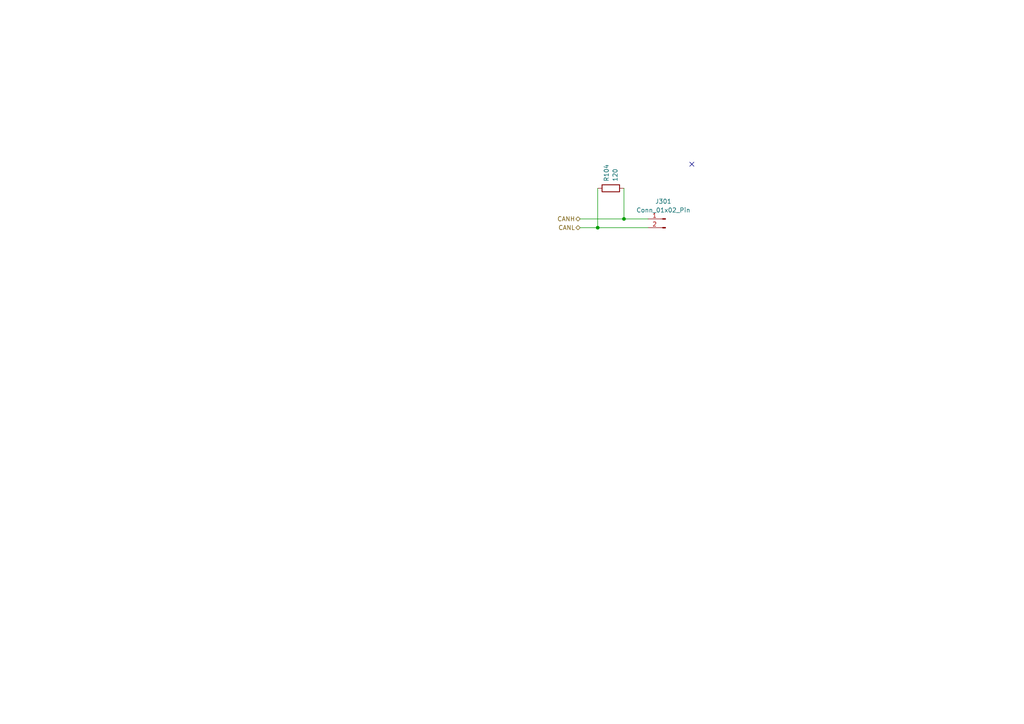
<source format=kicad_sch>
(kicad_sch
	(version 20250114)
	(generator "eeschema")
	(generator_version "9.0")
	(uuid "d339b9d8-51a7-460e-bb19-8d8c25d3e2aa")
	(paper "A4")
	(lib_symbols
		(symbol "Connector:Conn_01x02_Pin"
			(pin_names
				(offset 1.016)
				(hide yes)
			)
			(exclude_from_sim no)
			(in_bom yes)
			(on_board yes)
			(property "Reference" "J"
				(at 0 2.54 0)
				(effects
					(font
						(size 1.27 1.27)
					)
				)
			)
			(property "Value" "Conn_01x02_Pin"
				(at 0 -5.08 0)
				(effects
					(font
						(size 1.27 1.27)
					)
				)
			)
			(property "Footprint" ""
				(at 0 0 0)
				(effects
					(font
						(size 1.27 1.27)
					)
					(hide yes)
				)
			)
			(property "Datasheet" "~"
				(at 0 0 0)
				(effects
					(font
						(size 1.27 1.27)
					)
					(hide yes)
				)
			)
			(property "Description" "Generic connector, single row, 01x02, script generated"
				(at 0 0 0)
				(effects
					(font
						(size 1.27 1.27)
					)
					(hide yes)
				)
			)
			(property "ki_locked" ""
				(at 0 0 0)
				(effects
					(font
						(size 1.27 1.27)
					)
				)
			)
			(property "ki_keywords" "connector"
				(at 0 0 0)
				(effects
					(font
						(size 1.27 1.27)
					)
					(hide yes)
				)
			)
			(property "ki_fp_filters" "Connector*:*_1x??_*"
				(at 0 0 0)
				(effects
					(font
						(size 1.27 1.27)
					)
					(hide yes)
				)
			)
			(symbol "Conn_01x02_Pin_1_1"
				(rectangle
					(start 0.8636 0.127)
					(end 0 -0.127)
					(stroke
						(width 0.1524)
						(type default)
					)
					(fill
						(type outline)
					)
				)
				(rectangle
					(start 0.8636 -2.413)
					(end 0 -2.667)
					(stroke
						(width 0.1524)
						(type default)
					)
					(fill
						(type outline)
					)
				)
				(polyline
					(pts
						(xy 1.27 0) (xy 0.8636 0)
					)
					(stroke
						(width 0.1524)
						(type default)
					)
					(fill
						(type none)
					)
				)
				(polyline
					(pts
						(xy 1.27 -2.54) (xy 0.8636 -2.54)
					)
					(stroke
						(width 0.1524)
						(type default)
					)
					(fill
						(type none)
					)
				)
				(pin passive line
					(at 5.08 0 180)
					(length 3.81)
					(name "Pin_1"
						(effects
							(font
								(size 1.27 1.27)
							)
						)
					)
					(number "1"
						(effects
							(font
								(size 1.27 1.27)
							)
						)
					)
				)
				(pin passive line
					(at 5.08 -2.54 180)
					(length 3.81)
					(name "Pin_2"
						(effects
							(font
								(size 1.27 1.27)
							)
						)
					)
					(number "2"
						(effects
							(font
								(size 1.27 1.27)
							)
						)
					)
				)
			)
			(embedded_fonts no)
		)
		(symbol "Device:R"
			(pin_numbers
				(hide yes)
			)
			(pin_names
				(offset 0)
			)
			(exclude_from_sim no)
			(in_bom yes)
			(on_board yes)
			(property "Reference" "R"
				(at 2.032 0 90)
				(effects
					(font
						(size 1.27 1.27)
					)
				)
			)
			(property "Value" "R"
				(at 0 0 90)
				(effects
					(font
						(size 1.27 1.27)
					)
				)
			)
			(property "Footprint" ""
				(at -1.778 0 90)
				(effects
					(font
						(size 1.27 1.27)
					)
					(hide yes)
				)
			)
			(property "Datasheet" "~"
				(at 0 0 0)
				(effects
					(font
						(size 1.27 1.27)
					)
					(hide yes)
				)
			)
			(property "Description" "Resistor"
				(at 0 0 0)
				(effects
					(font
						(size 1.27 1.27)
					)
					(hide yes)
				)
			)
			(property "ki_keywords" "R res resistor"
				(at 0 0 0)
				(effects
					(font
						(size 1.27 1.27)
					)
					(hide yes)
				)
			)
			(property "ki_fp_filters" "R_*"
				(at 0 0 0)
				(effects
					(font
						(size 1.27 1.27)
					)
					(hide yes)
				)
			)
			(symbol "R_0_1"
				(rectangle
					(start -1.016 -2.54)
					(end 1.016 2.54)
					(stroke
						(width 0.254)
						(type default)
					)
					(fill
						(type none)
					)
				)
			)
			(symbol "R_1_1"
				(pin passive line
					(at 0 3.81 270)
					(length 1.27)
					(name "~"
						(effects
							(font
								(size 1.27 1.27)
							)
						)
					)
					(number "1"
						(effects
							(font
								(size 1.27 1.27)
							)
						)
					)
				)
				(pin passive line
					(at 0 -3.81 90)
					(length 1.27)
					(name "~"
						(effects
							(font
								(size 1.27 1.27)
							)
						)
					)
					(number "2"
						(effects
							(font
								(size 1.27 1.27)
							)
						)
					)
				)
			)
			(embedded_fonts no)
		)
	)
	(junction
		(at 173.355 66.04)
		(diameter 0)
		(color 0 0 0 0)
		(uuid "760c92a6-0e01-4ce4-9f34-35658b8eeb12")
	)
	(junction
		(at 180.975 63.5)
		(diameter 0)
		(color 0 0 0 0)
		(uuid "a8a618b8-dbbf-42a4-a7a6-473a9a100ab6")
	)
	(no_connect
		(at 200.66 47.625)
		(uuid "dd1ea4be-099e-4da4-990f-e4e6029b4593")
	)
	(wire
		(pts
			(xy 168.275 63.5) (xy 180.975 63.5)
		)
		(stroke
			(width 0)
			(type default)
		)
		(uuid "6b9266f5-ab9c-409e-b0a8-6ccccf415811")
	)
	(wire
		(pts
			(xy 173.355 66.04) (xy 187.96 66.04)
		)
		(stroke
			(width 0)
			(type default)
		)
		(uuid "74a73012-f418-4b1b-873b-e38c98362256")
	)
	(wire
		(pts
			(xy 180.975 63.5) (xy 187.96 63.5)
		)
		(stroke
			(width 0)
			(type default)
		)
		(uuid "805f3222-e47d-4e54-9ab7-a15ccb4a681b")
	)
	(wire
		(pts
			(xy 173.355 54.61) (xy 173.355 66.04)
		)
		(stroke
			(width 0)
			(type default)
		)
		(uuid "95dbc133-e3dd-4a07-8e10-cd75871a6bbb")
	)
	(wire
		(pts
			(xy 180.975 54.61) (xy 180.975 63.5)
		)
		(stroke
			(width 0)
			(type default)
		)
		(uuid "a3733565-fec9-4047-87f1-2cdc8fcc9525")
	)
	(wire
		(pts
			(xy 168.275 66.04) (xy 173.355 66.04)
		)
		(stroke
			(width 0)
			(type default)
		)
		(uuid "c3ef7b7b-88c6-406f-89a1-e9a9281729d8")
	)
	(hierarchical_label "CANL"
		(shape bidirectional)
		(at 168.275 66.04 180)
		(effects
			(font
				(size 1.27 1.27)
			)
			(justify right)
		)
		(uuid "0021f477-0814-498b-8fae-b960de041ba2")
	)
	(hierarchical_label "CANH"
		(shape bidirectional)
		(at 168.275 63.5 180)
		(effects
			(font
				(size 1.27 1.27)
			)
			(justify right)
		)
		(uuid "e94ee6e8-3bf1-4cf8-a85d-654c1226171f")
	)
	(symbol
		(lib_id "Device:R")
		(at 177.165 54.61 90)
		(unit 1)
		(exclude_from_sim no)
		(in_bom yes)
		(on_board yes)
		(dnp no)
		(uuid "281b8b14-db68-437e-b4f7-fd724865aece")
		(property "Reference" "R301"
			(at 175.895 52.705 0)
			(effects
				(font
					(size 1.27 1.27)
				)
				(justify left)
			)
		)
		(property "Value" "120"
			(at 178.435 52.705 0)
			(effects
				(font
					(size 1.27 1.27)
				)
				(justify left)
			)
		)
		(property "Footprint" "Resistor_SMD:R_0402_1005Metric"
			(at 177.165 56.388 90)
			(effects
				(font
					(size 1.27 1.27)
				)
				(hide yes)
			)
		)
		(property "Datasheet" "~"
			(at 177.165 54.61 0)
			(effects
				(font
					(size 1.27 1.27)
				)
				(hide yes)
			)
		)
		(property "Description" ""
			(at 177.165 54.61 0)
			(effects
				(font
					(size 1.27 1.27)
				)
				(hide yes)
			)
		)
		(property "LCSC" "C25079"
			(at 177.165 54.61 0)
			(effects
				(font
					(size 1.27 1.27)
				)
				(hide yes)
			)
		)
		(pin "1"
			(uuid "452168ca-95ad-422c-813c-2e5926e9c314")
		)
		(pin "2"
			(uuid "d2fa1be2-61ff-493b-97c1-e59cba9d7a1f")
		)
		(instances
			(project "GS"
				(path "/80fbddc6-aa50-4ba3-b7b9-21fad44f05f1/dfc00bb8-0ef8-4b9a-adde-691f5dd8642a"
					(reference "R301")
					(unit 1)
				)
			)
			(project "GS"
				(path "/920f9ee9-d8de-4f24-ad72-1c45434a67fe/deff5b4c-9f0c-4d0a-bd9e-e7e67942e2ab"
					(reference "R26")
					(unit 1)
				)
			)
			(project "ModuleIF"
				(path "/d339b9d8-51a7-460e-bb19-8d8c25d3e2aa"
					(reference "R104")
					(unit 1)
				)
			)
			(project "LiPoPowerSimple"
				(path "/ed97c6c4-a1a7-4dde-a640-89eca815dd0d"
					(reference "R15")
					(unit 1)
				)
			)
		)
	)
	(symbol
		(lib_id "Connector:Conn_01x02_Pin")
		(at 193.04 63.5 0)
		(mirror y)
		(unit 1)
		(exclude_from_sim no)
		(in_bom yes)
		(on_board yes)
		(dnp no)
		(uuid "aedad574-ed31-4272-985f-f682bbf2ee9d")
		(property "Reference" "J301"
			(at 192.405 58.42 0)
			(effects
				(font
					(size 1.27 1.27)
				)
			)
		)
		(property "Value" "Conn_01x02_Pin"
			(at 192.405 60.96 0)
			(effects
				(font
					(size 1.27 1.27)
				)
			)
		)
		(property "Footprint" "Connector_JST:JST_XA_S02B-XASK-1N-BN_1x02_P2.50mm_Horizontal"
			(at 193.04 63.5 0)
			(effects
				(font
					(size 1.27 1.27)
				)
				(hide yes)
			)
		)
		(property "Datasheet" "~"
			(at 193.04 63.5 0)
			(effects
				(font
					(size 1.27 1.27)
				)
				(hide yes)
			)
		)
		(property "Description" "Generic connector, single row, 01x02, script generated"
			(at 193.04 63.5 0)
			(effects
				(font
					(size 1.27 1.27)
				)
				(hide yes)
			)
		)
		(pin "2"
			(uuid "2b8b9e24-5e79-4edb-aa53-16b76372c370")
		)
		(pin "1"
			(uuid "0108123e-e824-4d4d-92a1-47dd412cfddb")
		)
		(instances
			(project ""
				(path "/80fbddc6-aa50-4ba3-b7b9-21fad44f05f1/dfc00bb8-0ef8-4b9a-adde-691f5dd8642a"
					(reference "J301")
					(unit 1)
				)
			)
		)
	)
)

</source>
